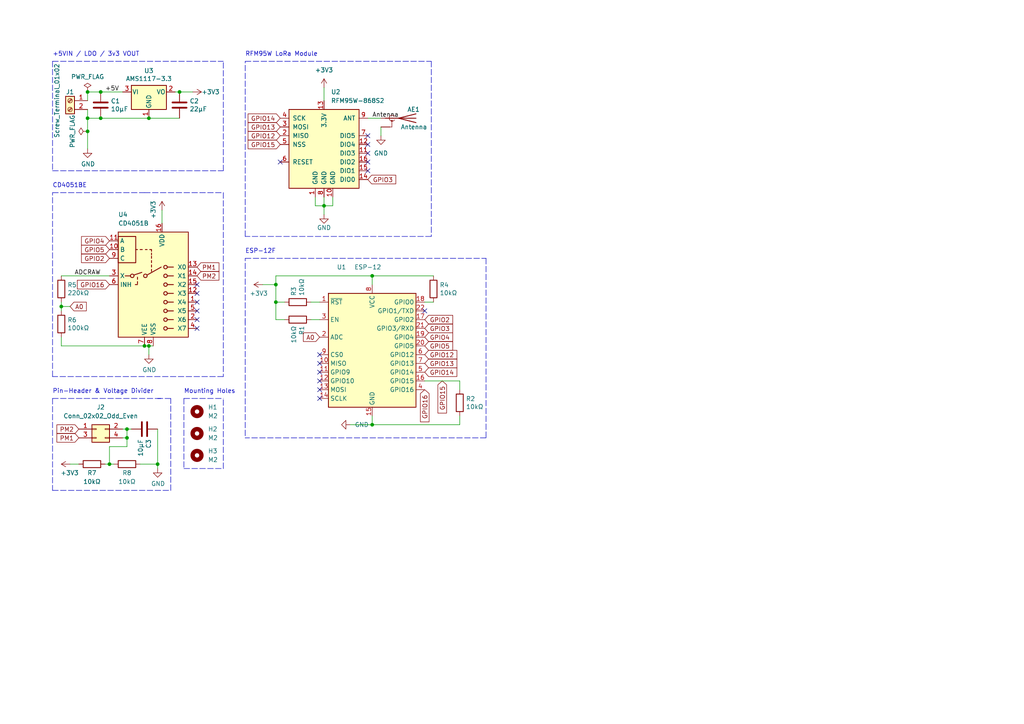
<source format=kicad_sch>
(kicad_sch (version 20211123) (generator eeschema)
  (paper "A4")
  (lib_symbols
    (symbol "Analog_Switch:CD4051B"
      (property "Reference" "U" (at -10.16 16.51 0))
      (property "Value" "CD4051B" (at 3.81 16.51 0))
      (symbol "CD4051B_0_1"
        (rectangle (start -10.16 6.35) (end -5.08 13.97) (stroke (width 0.254)))
        (rectangle (start -10.16 15.24) (end 10.16 -15.24) (stroke (width 0.254)) (fill (type background)))
        (circle (center -6.096 2.54) (radius 0.508) (stroke (width 0.254)))
        (circle (center -2.286 2.54) (radius 0.508) (stroke (width 0.254)))
        (polyline (pts (xy -8.128 2.54) (xy -6.604 2.54)) (stroke (width 0.254)))
        (polyline (pts (xy -5.588 2.794) (xy -3.302 3.556)) (stroke (width 0.254)))
        (polyline (pts (xy -4.572 0) (xy -5.207 0)) (stroke (width 0.254)))
        (polyline (pts (xy -4.572 0.254) (xy -4.572 0.889)) (stroke (width 0.254)))
        (polyline (pts (xy -4.572 1.524) (xy -4.572 2.159)) (stroke (width 0.254)))
        (polyline (pts (xy -4.572 10.16) (xy -5.08 10.16)) (stroke (width 0.254)))
        (polyline (pts (xy -3.81 10.16) (xy -3.175 10.16)) (stroke (width 0.254)))
        (polyline (pts (xy -1.778 2.794) (xy 2.286 5.08)) (stroke (width 0.254)))
        (polyline (pts (xy -1.778 10.16) (xy -2.286 10.16)) (stroke (width 0.254)))
        (polyline (pts (xy -0.508 3.81) (xy -0.508 4.445)) (stroke (width 0.254)))
        (polyline (pts (xy -0.508 5.08) (xy -0.508 5.715)) (stroke (width 0.254)))
        (polyline (pts (xy -0.508 6.35) (xy -0.508 6.985)) (stroke (width 0.254)))
        (polyline (pts (xy -0.508 7.62) (xy -0.508 8.255)) (stroke (width 0.254)))
        (polyline (pts (xy -0.508 8.636) (xy -0.508 9.144)) (stroke (width 0.254)))
        (polyline (pts (xy -0.508 9.652) (xy -0.508 10.16)) (stroke (width 0.254)))
        (polyline (pts (xy -0.508 10.16) (xy -1.016 10.16)) (stroke (width 0.254)))
        (polyline (pts (xy 4.064 -12.7) (xy 5.842 -12.7)) (stroke (width 0.254)))
        (polyline (pts (xy 4.064 -10.16) (xy 5.842 -10.16)) (stroke (width 0.254)))
        (polyline (pts (xy 4.064 -7.62) (xy 5.842 -7.62)) (stroke (width 0.254)))
        (polyline (pts (xy 4.064 -5.08) (xy 5.842 -5.08)) (stroke (width 0.254)))
        (polyline (pts (xy 4.064 -2.54) (xy 5.842 -2.54)) (stroke (width 0.254)))
        (polyline (pts (xy 4.064 0) (xy 5.842 0)) (stroke (width 0.254)))
        (polyline (pts (xy 4.064 2.54) (xy 5.842 2.54)) (stroke (width 0.254)))
        (polyline (pts (xy 4.064 5.08) (xy 5.842 5.08)) (stroke (width 0.254)))
        (circle (center 3.556 -12.7) (radius 0.508) (stroke (width 0.254)))
        (circle (center 3.556 -10.16) (radius 0.508) (stroke (width 0.254)))
        (circle (center 3.556 -7.62) (radius 0.508) (stroke (width 0.254)))
        (circle (center 3.556 -5.08) (radius 0.508) (stroke (width 0.254)))
        (circle (center 3.556 -2.54) (radius 0.508) (stroke (width 0.254)))
        (circle (center 3.556 0) (radius 0.508) (stroke (width 0.254)))
        (circle (center 3.556 2.54) (radius 0.508) (stroke (width 0.254)))
        (circle (center 3.556 5.08) (radius 0.508) (stroke (width 0.254)))
      )
      (symbol "CD4051B_1_1"
        (pin bidirectional line (at 12.7 -5.08 180) (length 2.54) (name "X4") (number "1"))
        (pin input line (at -12.7 10.16 0) (length 2.54) (name "B") (number "10"))
        (pin input line (at -12.7 12.7 0) (length 2.54) (name "A") (number "11"))
        (pin bidirectional line (at 12.7 -2.54 180) (length 2.54) (name "X3") (number "12"))
        (pin bidirectional line (at 12.7 5.08 180) (length 2.54) (name "X0") (number "13"))
        (pin bidirectional line (at 12.7 2.54 180) (length 2.54) (name "X1") (number "14"))
        (pin bidirectional line (at 12.7 0 180) (length 2.54) (name "X2") (number "15"))
        (pin power_in line (at 2.54 17.78 270) (length 2.54) (name "VDD") (number "16"))
        (pin bidirectional line (at 12.7 -10.16 180) (length 2.54) (name "X6") (number "2"))
        (pin bidirectional line (at -12.7 2.54 0) (length 2.54) (name "X") (number "3"))
        (pin bidirectional line (at 12.7 -12.7 180) (length 2.54) (name "X7") (number "4"))
        (pin bidirectional line (at 12.7 -7.62 180) (length 2.54) (name "X5") (number "5"))
        (pin input line (at -12.7 0 0) (length 2.54) (name "INH") (number "6"))
        (pin power_in line (at -2.54 -17.78 90) (length 2.54) (name "VEE") (number "7"))
        (pin power_in line (at 0 -17.78 90) (length 2.54) (name "VSS") (number "8"))
        (pin input line (at -12.7 7.62 0) (length 2.54) (name "C") (number "9"))
      )
    )
    (symbol "Connector:Screw_Terminal_01x02" (pin_names (offset 1.016) hide)
      (property "Reference" "J" (at 0 2.54 0))
      (property "Value" "Screw_Terminal_01x02" (at 0 -5.08 0))
      (symbol "Screw_Terminal_01x02_1_1"
        (rectangle (start -1.27 1.27) (end 1.27 -3.81) (stroke (width 0.254)) (fill (type background)))
        (circle (center 0 -2.54) (radius 0.635) (stroke (width 0.1524)))
        (polyline (pts (xy -0.5334 -2.2098) (xy 0.3302 -3.048)) (stroke (width 0.1524)))
        (polyline (pts (xy -0.5334 0.3302) (xy 0.3302 -0.508)) (stroke (width 0.1524)))
        (polyline (pts (xy -0.3556 -2.032) (xy 0.508 -2.8702)) (stroke (width 0.1524)))
        (polyline (pts (xy -0.3556 0.508) (xy 0.508 -0.3302)) (stroke (width 0.1524)))
        (circle (center 0 0) (radius 0.635) (stroke (width 0.1524)))
        (pin passive line (at -5.08 0 0) (length 3.81) (name "Pin_1") (number "1"))
        (pin passive line (at -5.08 -2.54 0) (length 3.81) (name "Pin_2") (number "2"))
      )
    )
    (symbol "Connector_Generic:Conn_02x02_Odd_Even" (pin_names (offset 1.016) hide)
      (property "Reference" "J" (at 1.27 2.54 0))
      (property "Value" "Conn_02x02_Odd_Even" (at 1.27 -5.08 0))
      (symbol "Conn_02x02_Odd_Even_1_1"
        (rectangle (start -1.27 -2.413) (end 0 -2.667) (stroke (width 0.1524)))
        (rectangle (start -1.27 0.127) (end 0 -0.127) (stroke (width 0.1524)))
        (rectangle (start -1.27 1.27) (end 3.81 -3.81) (stroke (width 0.254)) (fill (type background)))
        (rectangle (start 3.81 -2.413) (end 2.54 -2.667) (stroke (width 0.1524)))
        (rectangle (start 3.81 0.127) (end 2.54 -0.127) (stroke (width 0.1524)))
        (pin passive line (at -5.08 0 0) (length 3.81) (name "Pin_1") (number "1"))
        (pin passive line (at 7.62 0 180) (length 3.81) (name "Pin_2") (number "2"))
        (pin passive line (at -5.08 -2.54 0) (length 3.81) (name "Pin_3") (number "3"))
        (pin passive line (at 7.62 -2.54 180) (length 3.81) (name "Pin_4") (number "4"))
      )
    )
    (symbol "Device:Antenna_Shield" (pin_numbers hide) (pin_names (offset 1.016) hide)
      (property "Reference" "AE" (at -1.905 4.445 0))
      (property "Value" "Antenna_Shield" (at -1.905 2.54 0))
      (symbol "Antenna_Shield_0_1"
        (arc (start -0.508 -1.143) (mid -0.8485 -2.1032) (end 0 -2.667))
        (arc (start 0 -2.667) (mid 0.8047 -2.0885) (end 0.508 -1.143))
        (polyline (pts (xy 0 -2.54) (xy 0 0)))
        (polyline (pts (xy 0 5.08) (xy 0 -3.81)) (stroke (width 0.254)))
        (polyline (pts (xy 0.762 -1.905) (xy 2.54 -1.905)))
        (polyline (pts (xy 2.54 -2.54) (xy 2.54 -1.905)))
        (polyline (pts (xy 1.27 5.08) (xy 0 0) (xy -1.27 5.08)) (stroke (width 0.254)))
        (circle (center 0.762 -1.905) (radius 0.1778) (fill (type outline)))
      )
      (symbol "Antenna_Shield_1_1"
        (pin input line (at 0 -5.08 90) (length 2.54) (name "A") (number "1"))
        (pin input line (at 2.54 -5.08 90) (length 2.54) (name "Shield") (number "2"))
      )
    )
    (symbol "Device:C" (pin_numbers hide) (pin_names (offset 0.254))
      (property "Reference" "C" (at 0.635 2.54 0))
      (property "Value" "C" (at 0.635 -2.54 0))
      (symbol "C_0_1"
        (polyline (pts (xy -2.032 -0.762) (xy 2.032 -0.762)) (stroke (width 0.508)))
        (polyline (pts (xy -2.032 0.762) (xy 2.032 0.762)) (stroke (width 0.508)))
      )
      (symbol "C_1_1"
        (pin passive line (at 0 3.81 270) (length 2.794) (name "~") (number "1"))
        (pin passive line (at 0 -3.81 90) (length 2.794) (name "~") (number "2"))
      )
    )
    (symbol "Device:R" (pin_numbers hide) (pin_names (offset 0))
      (property "Reference" "R" (at 2.032 0 90))
      (property "Value" "R" (at 0 0 90))
      (symbol "R_0_1"
        (rectangle (start -1.016 -2.54) (end 1.016 2.54) (stroke (width 0.254)))
      )
      (symbol "R_1_1"
        (pin passive line (at 0 3.81 270) (length 1.27) (name "~") (number "1"))
        (pin passive line (at 0 -3.81 90) (length 1.27) (name "~") (number "2"))
      )
    )
    (symbol "Mechanical:MountingHole" (pin_names (offset 1.016))
      (property "Reference" "H" (at 0 5.08 0))
      (property "Value" "MountingHole" (at 0 3.175 0))
      (symbol "MountingHole_0_1"
        (circle (center 0 0) (radius 1.27) (stroke (width 1.27)))
      )
    )
    (symbol "RF_Module:ESP-12E"
      (property "Reference" "U" (at -12.7 19.05 0))
      (property "Value" "ESP-12E" (at 12.7 19.05 0))
      (symbol "ESP-12E_0_1"
        (rectangle (start -12.7 17.78) (end 12.7 -15.24) (stroke (width 0.254)) (fill (type background)))
      )
      (symbol "ESP-12E_1_1"
        (pin input line (at -15.24 15.24 0) (length 2.54) (name "~{RST}") (number "1"))
        (pin bidirectional line (at -15.24 -2.54 0) (length 2.54) (name "MISO") (number "10"))
        (pin bidirectional line (at -15.24 -5.08 0) (length 2.54) (name "GPIO9") (number "11"))
        (pin bidirectional line (at -15.24 -7.62 0) (length 2.54) (name "GPIO10") (number "12"))
        (pin bidirectional line (at -15.24 -10.16 0) (length 2.54) (name "MOSI") (number "13"))
        (pin bidirectional line (at -15.24 -12.7 0) (length 2.54) (name "SCLK") (number "14"))
        (pin power_in line (at 0 -17.78 90) (length 2.54) (name "GND") (number "15"))
        (pin bidirectional line (at 15.24 -7.62 180) (length 2.54) (name "GPIO15") (number "16"))
        (pin bidirectional line (at 15.24 10.16 180) (length 2.54) (name "GPIO2") (number "17"))
        (pin bidirectional line (at 15.24 15.24 180) (length 2.54) (name "GPIO0") (number "18"))
        (pin bidirectional line (at 15.24 5.08 180) (length 2.54) (name "GPIO4") (number "19"))
        (pin input line (at -15.24 5.08 0) (length 2.54) (name "ADC") (number "2"))
        (pin bidirectional line (at 15.24 2.54 180) (length 2.54) (name "GPIO5") (number "20"))
        (pin bidirectional line (at 15.24 7.62 180) (length 2.54) (name "GPIO3/RXD") (number "21"))
        (pin bidirectional line (at 15.24 12.7 180) (length 2.54) (name "GPIO1/TXD") (number "22"))
        (pin input line (at -15.24 10.16 0) (length 2.54) (name "EN") (number "3"))
        (pin bidirectional line (at 15.24 -10.16 180) (length 2.54) (name "GPIO16") (number "4"))
        (pin bidirectional line (at 15.24 -5.08 180) (length 2.54) (name "GPIO14") (number "5"))
        (pin bidirectional line (at 15.24 0 180) (length 2.54) (name "GPIO12") (number "6"))
        (pin bidirectional line (at 15.24 -2.54 180) (length 2.54) (name "GPIO13") (number "7"))
        (pin power_in line (at 0 20.32 270) (length 2.54) (name "VCC") (number "8"))
        (pin input line (at -15.24 0 0) (length 2.54) (name "CS0") (number "9"))
      )
    )
    (symbol "RF_Module:RFM95W-868S2" (pin_names (offset 1.016))
      (property "Reference" "U" (at -10.414 11.684 0))
      (property "Value" "RFM95W-868S2" (at 1.524 11.43 0))
      (symbol "RFM95W-868S2_0_1"
        (rectangle (start -10.16 10.16) (end 10.16 -12.7) (stroke (width 0.254)) (fill (type background)))
      )
      (symbol "RFM95W-868S2_1_1"
        (pin power_in line (at -2.54 -15.24 90) (length 2.54) (name "GND") (number "1"))
        (pin power_in line (at 2.54 -15.24 90) (length 2.54) (name "GND") (number "10"))
        (pin bidirectional line (at 12.7 -2.54 180) (length 2.54) (name "DIO3") (number "11"))
        (pin bidirectional line (at 12.7 0 180) (length 2.54) (name "DIO4") (number "12"))
        (pin power_in line (at 0 12.7 270) (length 2.54) (name "3.3V") (number "13"))
        (pin bidirectional line (at 12.7 -10.16 180) (length 2.54) (name "DIO0") (number "14"))
        (pin bidirectional line (at 12.7 -7.62 180) (length 2.54) (name "DIO1") (number "15"))
        (pin bidirectional line (at 12.7 -5.08 180) (length 2.54) (name "DIO2") (number "16"))
        (pin output line (at -12.7 2.54 0) (length 2.54) (name "MISO") (number "2"))
        (pin input line (at -12.7 5.08 0) (length 2.54) (name "MOSI") (number "3"))
        (pin input line (at -12.7 7.62 0) (length 2.54) (name "SCK") (number "4"))
        (pin input line (at -12.7 0 0) (length 2.54) (name "NSS") (number "5"))
        (pin bidirectional line (at -12.7 -5.08 0) (length 2.54) (name "RESET") (number "6"))
        (pin bidirectional line (at 12.7 2.54 180) (length 2.54) (name "DIO5") (number "7"))
        (pin power_in line (at 0 -15.24 90) (length 2.54) (name "GND") (number "8"))
        (pin bidirectional line (at 12.7 7.62 180) (length 2.54) (name "ANT") (number "9"))
      )
    )
    (symbol "Regulator_Linear:AMS1117-3.3" (pin_names (offset 0.254))
      (property "Reference" "U" (at -3.81 3.175 0))
      (property "Value" "AMS1117-3.3" (at 0 3.175 0))
      (symbol "AMS1117-3.3_0_1"
        (rectangle (start -5.08 -5.08) (end 5.08 1.905) (stroke (width 0.254)) (fill (type background)))
      )
      (symbol "AMS1117-3.3_1_1"
        (pin power_in line (at 0 -7.62 90) (length 2.54) (name "GND") (number "1"))
        (pin power_out line (at 7.62 0 180) (length 2.54) (name "VO") (number "2"))
        (pin power_in line (at -7.62 0 0) (length 2.54) (name "VI") (number "3"))
      )
    )
    (symbol "power:+3.3V" (power) (pin_names (offset 0))
      (property "Value" "+3.3V" (at 0 3.556 0))
      (symbol "+3.3V_0_1"
        (polyline (pts (xy -0.762 1.27) (xy 0 2.54)))
        (polyline (pts (xy 0 0) (xy 0 2.54)))
        (polyline (pts (xy 0 2.54) (xy 0.762 1.27)))
      )
      (symbol "+3.3V_1_1"
        (pin power_in line (at 0 0 90) (length 0) hide (name "+3V3") (number "1"))
      )
    )
    (symbol "power:GND" (power) (pin_names (offset 0))
      (property "Value" "GND" (at 0 -3.81 0))
      (symbol "GND_0_1"
        (polyline (pts (xy 0 0) (xy 0 -1.27) (xy 1.27 -1.27) (xy 0 -2.54) (xy -1.27 -1.27) (xy 0 -1.27)))
      )
      (symbol "GND_1_1"
        (pin power_in line (at 0 0 270) (length 0) hide (name "GND") (number "1"))
      )
    )
    (symbol "power:PWR_FLAG" (power) (pin_numbers hide) (pin_names (offset 0) hide)
      (property "Value" "PWR_FLAG" (at 0 3.81 0))
      (symbol "PWR_FLAG_0_0"
        (pin power_out line (at 0 0 90) (length 0) (name "pwr") (number "1"))
      )
      (symbol "PWR_FLAG_0_1"
        (polyline (pts (xy 0 0) (xy 0 1.27) (xy -1.016 1.905) (xy 0 2.54) (xy 1.016 1.905) (xy 0 1.27)))
      )
    )
  )
  (junction (at 93.98 59.69))
  (junction (at 45.72 134.62))
  (junction (at 41.91 100.33))
  (junction (at 36.83 127))
  (junction (at 80.01 87.63))
  (junction (at 17.78 88.9))
  (junction (at 31.75 134.62))
  (junction (at 29.21 34.29))
  (junction (at 36.83 124.46))
  (junction (at 107.95 123.19))
  (junction (at 25.4 38.1))
  (junction (at 52.07 26.67))
  (junction (at 80.01 82.55))
  (junction (at 107.95 80.01))
  (junction (at 25.4 34.29))
  (junction (at 25.4 26.67))
  (junction (at 43.18 34.29))
  (junction (at 29.21 26.67))
  (junction (at 43.18 100.33))
  (no_connect (at 57.15 92.71))
  (no_connect (at 92.71 105.41))
  (no_connect (at 57.15 90.17))
  (no_connect (at 57.15 87.63))
  (no_connect (at 57.15 85.09))
  (no_connect (at 81.28 46.99))
  (no_connect (at 92.71 102.87))
  (no_connect (at 92.71 115.57))
  (no_connect (at 57.15 82.55))
  (no_connect (at 57.15 95.25))
  (no_connect (at 106.68 39.37))
  (no_connect (at 106.68 46.99))
  (no_connect (at 106.68 49.53))
  (no_connect (at 106.68 41.91))
  (no_connect (at 106.68 44.45))
  (no_connect (at 123.19 90.17))
  (no_connect (at 92.71 110.49))
  (no_connect (at 92.71 107.95))
  (no_connect (at 92.71 113.03))
  (wire (pts (xy 110.49 36.83) (xy 110.49 39.37)))
  (wire (pts (xy 25.4 26.67) (xy 25.4 29.21)))
  (wire (pts (xy 17.78 88.9) (xy 17.78 90.17)))
  (wire (pts (xy 80.01 87.63) (xy 82.55 87.63)))
  (wire (pts (xy 25.4 34.29) (xy 25.4 38.1)))
  (polyline (pts (xy 49.53 115.57) (xy 45.72 115.57)))
  (polyline (pts (xy 71.12 74.93) (xy 140.97 74.93)))
  (wire (pts (xy 36.83 124.46) (xy 36.83 127)))
  (wire (pts (xy 80.01 87.63) (xy 80.01 92.71)))
  (wire (pts (xy 93.98 59.69) (xy 93.98 62.23)))
  (wire (pts (xy 76.2 82.55) (xy 80.01 82.55)))
  (wire (pts (xy 40.64 134.62) (xy 45.72 134.62)))
  (polyline (pts (xy 15.24 17.78) (xy 64.77 17.78)))
  (polyline (pts (xy 71.12 92.71) (xy 71.12 127)))
  (wire (pts (xy 52.07 26.67) (xy 55.88 26.67)))
  (wire (pts (xy 93.98 59.69) (xy 96.52 59.69)))
  (wire (pts (xy 101.6 123.19) (xy 107.95 123.19)))
  (wire (pts (xy 36.83 127) (xy 35.56 127)))
  (polyline (pts (xy 140.97 127) (xy 71.12 127)))
  (polyline (pts (xy 53.34 115.57) (xy 64.77 115.57)))
  (wire (pts (xy 41.91 100.33) (xy 43.18 100.33)))
  (wire (pts (xy 107.95 123.19) (xy 133.35 123.19)))
  (polyline (pts (xy 93.98 17.78) (xy 125.095 17.78)))
  (wire (pts (xy 36.83 124.46) (xy 35.56 124.46)))
  (polyline (pts (xy 53.34 135.89) (xy 64.77 135.89)))
  (polyline (pts (xy 64.77 49.53) (xy 64.77 17.78)))
  (wire (pts (xy 43.18 100.33) (xy 43.18 102.87)))
  (wire (pts (xy 50.8 26.67) (xy 52.07 26.67)))
  (wire (pts (xy 91.44 57.15) (xy 91.44 59.69)))
  (wire (pts (xy 80.01 80.01) (xy 80.01 82.55)))
  (wire (pts (xy 123.19 110.49) (xy 133.35 110.49)))
  (wire (pts (xy 93.98 57.15) (xy 93.98 59.69)))
  (polyline (pts (xy 15.24 109.22) (xy 15.24 55.88)))
  (polyline (pts (xy 64.77 55.88) (xy 64.77 109.22)))
  (wire (pts (xy 90.17 87.63) (xy 92.71 87.63)))
  (wire (pts (xy 43.18 100.33) (xy 44.45 100.33)))
  (polyline (pts (xy 15.24 115.57) (xy 46.99 115.57)))
  (wire (pts (xy 90.17 92.71) (xy 92.71 92.71)))
  (polyline (pts (xy 15.24 115.57) (xy 15.24 142.24)))
  (wire (pts (xy 29.21 26.67) (xy 35.56 26.67)))
  (wire (pts (xy 43.18 34.29) (xy 52.07 34.29)))
  (wire (pts (xy 107.95 120.65) (xy 107.95 123.19)))
  (wire (pts (xy 17.78 80.01) (xy 31.75 80.01)))
  (wire (pts (xy 17.78 87.63) (xy 17.78 88.9)))
  (polyline (pts (xy 140.97 74.93) (xy 140.97 127)))
  (polyline (pts (xy 71.12 17.78) (xy 93.98 17.78)))
  (wire (pts (xy 36.83 129.54) (xy 36.83 127)))
  (wire (pts (xy 31.75 129.54) (xy 31.75 134.62)))
  (wire (pts (xy 17.78 97.79) (xy 17.78 100.33)))
  (polyline (pts (xy 125.095 17.78) (xy 125.095 68.58)))
  (wire (pts (xy 45.72 134.62) (xy 45.72 135.89)))
  (wire (pts (xy 25.4 34.29) (xy 29.21 34.29)))
  (polyline (pts (xy 41.91 55.88) (xy 64.77 55.88)))
  (wire (pts (xy 82.55 92.71) (xy 80.01 92.71)))
  (polyline (pts (xy 15.24 49.53) (xy 64.77 49.53)))
  (wire (pts (xy 30.48 134.62) (xy 31.75 134.62)))
  (wire (pts (xy 25.4 26.67) (xy 29.21 26.67)))
  (wire (pts (xy 93.98 25.4) (xy 93.98 29.21)))
  (wire (pts (xy 45.72 124.46) (xy 45.72 134.62)))
  (wire (pts (xy 133.35 120.65) (xy 133.35 123.19)))
  (wire (pts (xy 17.78 100.33) (xy 41.91 100.33)))
  (wire (pts (xy 123.19 87.63) (xy 125.73 87.63)))
  (wire (pts (xy 20.32 134.62) (xy 22.86 134.62)))
  (wire (pts (xy 80.01 82.55) (xy 80.01 87.63)))
  (polyline (pts (xy 49.53 142.24) (xy 49.53 115.57)))
  (polyline (pts (xy 71.12 68.58) (xy 71.12 17.78)))
  (polyline (pts (xy 71.12 93.98) (xy 71.12 74.93)))
  (wire (pts (xy 107.95 80.01) (xy 125.73 80.01)))
  (wire (pts (xy 25.4 38.1) (xy 25.4 43.18)))
  (polyline (pts (xy 15.24 142.24) (xy 49.53 142.24)))
  (wire (pts (xy 96.52 57.15) (xy 96.52 59.69)))
  (wire (pts (xy 133.35 110.49) (xy 133.35 113.03)))
  (polyline (pts (xy 53.34 115.57) (xy 53.34 135.89)))
  (wire (pts (xy 31.75 129.54) (xy 36.83 129.54)))
  (wire (pts (xy 25.4 31.75) (xy 25.4 34.29)))
  (polyline (pts (xy 15.24 17.78) (xy 15.24 49.53)))
  (wire (pts (xy 91.44 59.69) (xy 93.98 59.69)))
  (polyline (pts (xy 15.24 55.88) (xy 41.91 55.88)))
  (polyline (pts (xy 125.095 68.58) (xy 71.12 68.58)))
  (wire (pts (xy 29.21 34.29) (xy 43.18 34.29)))
  (wire (pts (xy 107.95 80.01) (xy 107.95 82.55)))
  (wire (pts (xy 31.75 134.62) (xy 33.02 134.62)))
  (wire (pts (xy 38.1 124.46) (xy 36.83 124.46)))
  (polyline (pts (xy 64.77 109.22) (xy 15.24 109.22)))
  (polyline (pts (xy 64.77 135.89) (xy 64.77 115.57)))
  (wire (pts (xy 80.01 80.01) (xy 107.95 80.01)))
  (wire (pts (xy 17.78 88.9) (xy 20.32 88.9)))
  (wire (pts (xy 46.99 60.96) (xy 46.99 64.77)))
  (wire (pts (xy 110.49 34.29) (xy 106.68 34.29)))
  (text "CD4051BE" (at 15.24 54.61 0) (effects (font (size 1.27 1.27)) (justify left bottom)))
  (text "Pin-Header & Voltage Divider" (at 15.24 114.3 0) (effects (font (size 1.27 1.27)) (justify left bottom)))
  (text "RFM95W LoRa Module" (at 71.12 16.51 0) (effects (font (size 1.27 1.27)) (justify left bottom)))
  (text "Mounting Holes" (at 53.34 114.3 0) (effects (font (size 1.27 1.27)) (justify left bottom)))
  (text "+5VIN / LDO / 3v3 VOUT\n" (at 15.24 16.51 0) (effects (font (size 1.27 1.27)) (justify left bottom)))
  (text "ESP-12F" (at 71.12 73.66 0) (effects (font (size 1.27 1.27)) (justify left bottom)))
  (label "Antenna" (at 107.95 34.29 0))
  (label "+5V" (at 30.48 26.67 0))
  (label "ADCRAW" (at 21.59 80.01 0))
  (global_label "A0" (shape input) (at 92.71 97.79 180) (property "Intersheet References" "${INTERSHEET_REFS}" (effects hide)))
  (global_label "GPIO12" (shape input) (at 81.28 39.37 180) (property "Intersheet References" "${INTERSHEET_REFS}" (effects hide)))
  (global_label "GPIO4" (shape input) (at 123.19 97.79 0) (property "Intersheet References" "${INTERSHEET_REFS}" (effects hide)))
  (global_label "GPIO4" (shape input) (at 31.75 69.85 180) (property "Intersheet References" "${INTERSHEET_REFS}" (effects hide)))
  (global_label "GPIO2" (shape input) (at 31.75 74.93 180) (property "Intersheet References" "${INTERSHEET_REFS}" (effects hide)))
  (global_label "GPIO3" (shape input) (at 123.19 95.25 0) (property "Intersheet References" "${INTERSHEET_REFS}" (effects hide)))
  (global_label "GPIO5" (shape input) (at 31.75 72.39 180) (property "Intersheet References" "${INTERSHEET_REFS}" (effects hide)))
  (global_label "PM1" (shape input) (at 22.86 127 180) (property "Intersheet References" "${INTERSHEET_REFS}" (effects hide)))
  (global_label "GPIO16" (shape input) (at 31.75 82.55 180) (property "Intersheet References" "${INTERSHEET_REFS}" (effects hide)))
  (global_label "GPIO15" (shape input) (at 128.27 110.49 270) (property "Intersheet References" "${INTERSHEET_REFS}" (effects hide)))
  (global_label "GPIO16" (shape input) (at 123.19 113.03 270) (property "Intersheet References" "${INTERSHEET_REFS}" (effects hide)))
  (global_label "A0" (shape input) (at 20.32 88.9 0) (property "Intersheet References" "${INTERSHEET_REFS}" (effects hide)))
  (global_label "GPIO14" (shape input) (at 123.19 107.95 0) (property "Intersheet References" "${INTERSHEET_REFS}" (effects hide)))
  (global_label "GPIO3" (shape input) (at 106.68 52.07 0) (property "Intersheet References" "${INTERSHEET_REFS}" (effects hide)))
  (global_label "GPIO5" (shape input) (at 123.19 100.33 0) (property "Intersheet References" "${INTERSHEET_REFS}" (effects hide)))
  (global_label "GPIO15" (shape input) (at 81.28 41.91 180) (property "Intersheet References" "${INTERSHEET_REFS}" (effects hide)))
  (global_label "GPIO2" (shape input) (at 123.19 92.71 0) (property "Intersheet References" "${INTERSHEET_REFS}" (effects hide)))
  (global_label "GPIO13" (shape input) (at 81.28 36.83 180) (property "Intersheet References" "${INTERSHEET_REFS}" (effects hide)))
  (global_label "GPIO12" (shape input) (at 123.19 102.87 0) (property "Intersheet References" "${INTERSHEET_REFS}" (effects hide)))
  (global_label "GPIO14" (shape input) (at 81.28 34.29 180) (property "Intersheet References" "${INTERSHEET_REFS}" (effects hide)))
  (global_label "PM1" (shape input) (at 57.15 77.47 0) (property "Intersheet References" "${INTERSHEET_REFS}" (effects hide)))
  (global_label "GPIO13" (shape input) (at 123.19 105.41 0) (property "Intersheet References" "${INTERSHEET_REFS}" (effects hide)))
  (global_label "PM2" (shape input) (at 22.86 124.46 180) (property "Intersheet References" "${INTERSHEET_REFS}" (effects hide)))
  (global_label "PM2" (shape input) (at 57.15 80.01 0) (property "Intersheet References" "${INTERSHEET_REFS}" (effects hide)))
  (symbol (lib_id "RF_Module:ESP-12E") (at 107.95 102.87 0) (unit 1)
    (property "Reference" "U1" (at 99.06 77.47 0))
    (property "Value" "ESP-12" (at 106.68 77.47 0))
    (property "Footprint" "Andys-Footprints:ESP-12-Socket" (effects hide))
    (property "Datasheet" "http://wiki.ai-thinker.com/_media/esp8266/esp8266_series_modules_user_manual_v1.1.pdf" (effects hide))
  )
  (symbol (lib_id "Device:R") (at 86.36 92.71 270) (unit 1)
    (property "Reference" "R1" (at 87.5284 94.488 0) (effects (justify left)))
    (property "Value" "10kΩ" (at 85.217 94.488 0) (effects (justify left)))
    (property "Footprint" "Resistor_SMD:R_0805_2012Metric" (effects hide))
  )
  (symbol (lib_id "Device:R") (at 133.35 116.84 0) (unit 1)
    (property "Reference" "R2" (at 135.128 115.6716 0) (effects (justify left)))
    (property "Value" "10kΩ" (at 135.128 117.983 0) (effects (justify left)))
    (property "Footprint" "Resistor_SMD:R_0805_2012Metric" (effects hide))
  )
  (symbol (lib_id "Mechanical:MountingHole") (at 57.15 132.08 0) (unit 1)
    (property "Reference" "H3" (at 60.325 130.8099 0) (effects (justify left)))
    (property "Value" "M2" (at 60.325 133.3499 0) (effects (justify left)))
    (property "Footprint" "MountingHole:MountingHole_2.2mm_M2_Pad_Via" (effects hide))
  )
  (symbol (lib_id "Device:R") (at 36.83 134.62 90) (unit 1)
    (property "Reference" "R8" (at 36.83 137.16 90))
    (property "Value" "10kΩ" (at 36.83 139.7 90))
    (property "Footprint" "Resistor_SMD:R_0805_2012Metric" (effects hide))
  )
  (symbol (lib_id "Device:R") (at 86.36 87.63 90) (unit 1)
    (property "Reference" "R3" (at 85.1916 85.852 0) (effects (justify left)))
    (property "Value" "10kΩ" (at 87.503 85.852 0) (effects (justify left)))
    (property "Footprint" "Resistor_SMD:R_0805_2012Metric" (effects hide))
  )
  (symbol (lib_id "power:GND") (at 93.98 62.23 0) (unit 1)
    (property "Reference" "#PWR0103" (effects hide))
    (property "Value" "GND" (at 93.98 66.04 0))
  )
  (symbol (lib_id "Connector:Screw_Terminal_01x02") (at 20.32 29.21 0) (mirror y) (unit 1)
    (property "Reference" "J1" (at 20.32 26.67 0))
    (property "Value" "Screw_Terminal_01x02" (at 16.51 29.21 90))
    (property "Footprint" "Andys-Footprints:TerminalBlock_Phoenix_MPT-0,5-2-2.54_1x02_P2.54mm_Horizontal-removed-extra-holes" (effects hide))
  )
  (symbol (lib_id "power:+3.3V") (at 76.2 82.55 90) (unit 1)
    (property "Reference" "#PWR0109" (effects hide))
    (property "Value" "+3.3V" (at 72.39 85.09 90) (effects (justify right)))
  )
  (symbol (lib_id "RF_Module:RFM95W-868S2") (at 93.98 41.91 0) (unit 1)
    (property "Reference" "U2" (at 95.9994 26.67 0) (effects (justify left)))
    (property "Value" "RFM95W-868S2" (at 95.9994 29.21 0) (effects (justify left)))
    (property "Footprint" "Andys-Footprints:HOPERF_RFM9XW_THT_Fixed_Size" (effects hide))
    (property "Datasheet" "https://www.hoperf.com/data/upload/portal/20181127/5bfcbea20e9ef.pdf" (effects hide))
  )
  (symbol (lib_id "power:PWR_FLAG") (at 25.4 26.67 0) (unit 1)
    (property "Reference" "#FLG0102" (effects hide))
    (property "Value" "PWR_FLAG" (at 25.4 22.2758 0))
  )
  (symbol (lib_id "power:GND") (at 45.72 135.89 0) (unit 1)
    (property "Reference" "#PWR0101" (effects hide))
    (property "Value" "GND" (at 45.847 140.2842 0))
  )
  (symbol (lib_id "Mechanical:MountingHole") (at 57.15 125.73 0) (unit 1)
    (property "Reference" "H2" (at 60.325 124.4599 0) (effects (justify left)))
    (property "Value" "M2" (at 60.325 126.9999 0) (effects (justify left)))
    (property "Footprint" "MountingHole:MountingHole_2.2mm_M2_Pad_Via" (effects hide))
  )
  (symbol (lib_id "Analog_Switch:CD4051B") (at 44.45 82.55 0) (unit 1)
    (property "Reference" "U4" (at 34.29 62.23 0) (effects (justify left)))
    (property "Value" "CD4051B" (at 34.29 64.77 0) (effects (justify left)))
    (property "Footprint" "Package_DIP:DIP-16_W7.62mm" (effects hide))
    (property "Datasheet" "http://www.ti.com/lit/ds/symlink/cd4052b.pdf" (effects hide))
  )
  (symbol (lib_id "Connector_Generic:Conn_02x02_Odd_Even") (at 27.94 124.46 0) (unit 1)
    (property "Reference" "J2" (at 29.21 118.11 0))
    (property "Value" "Conn_02x02_Odd_Even" (at 29.21 120.65 0))
    (property "Footprint" "Connector_PinHeader_2.54mm:PinHeader_2x02_P2.54mm_Horizontal" (effects hide))
  )
  (symbol (lib_id "Device:C") (at 52.07 30.48 0) (unit 1)
    (property "Reference" "C2" (at 54.991 29.3116 0) (effects (justify left)))
    (property "Value" "22µF" (at 54.991 31.623 0) (effects (justify left)))
    (property "Footprint" "Capacitor_SMD:C_0805_2012Metric" (effects hide))
  )
  (symbol (lib_id "Device:C") (at 41.91 124.46 270) (unit 1)
    (property "Reference" "C3" (at 43.0784 127.381 0) (effects (justify left)))
    (property "Value" "10µF" (at 40.767 127.381 0) (effects (justify left)))
    (property "Footprint" "Capacitor_SMD:C_0805_2012Metric" (effects hide))
  )
  (symbol (lib_id "power:GND") (at 25.4 43.18 0) (unit 1)
    (property "Reference" "#PWR0105" (effects hide))
    (property "Value" "GND" (at 25.527 47.5742 0))
  )
  (symbol (lib_id "power:GND") (at 43.18 102.87 0) (unit 1)
    (property "Reference" "#PWR0108" (effects hide))
    (property "Value" "GND" (at 43.307 107.2642 0))
  )
  (symbol (lib_id "power:GND") (at 110.49 39.37 0) (unit 1)
    (property "Reference" "#PWR03" (effects hide))
    (property "Value" "GND" (at 110.49 44.45 0))
  )
  (symbol (lib_id "Device:C") (at 29.21 30.48 0) (unit 1)
    (property "Reference" "C1" (at 32.131 29.3116 0) (effects (justify left)))
    (property "Value" "10µF" (at 32.131 31.623 0) (effects (justify left)))
    (property "Footprint" "Capacitor_SMD:C_0805_2012Metric" (effects hide))
  )
  (symbol (lib_id "power:+3.3V") (at 93.98 25.4 0) (unit 1)
    (property "Reference" "#PWR0106" (effects hide))
    (property "Value" "+3.3V" (at 93.98 20.32 0))
  )
  (symbol (lib_id "power:+3.3V") (at 46.99 60.96 0) (mirror y) (unit 1)
    (property "Reference" "#PWR0107" (effects hide))
    (property "Value" "+3.3V" (at 44.45 63.5 90) (effects (justify left)))
  )
  (symbol (lib_id "Mechanical:MountingHole") (at 57.15 119.38 0) (unit 1)
    (property "Reference" "H1" (at 60.325 118.1099 0) (effects (justify left)))
    (property "Value" "M2" (at 60.325 120.6499 0) (effects (justify left)))
    (property "Footprint" "MountingHole:MountingHole_2.2mm_M2_Pad_Via" (effects hide))
  )
  (symbol (lib_id "Device:R") (at 125.73 83.82 0) (unit 1)
    (property "Reference" "R4" (at 127.508 82.6516 0) (effects (justify left)))
    (property "Value" "10kΩ" (at 127.508 84.963 0) (effects (justify left)))
    (property "Footprint" "Resistor_SMD:R_0805_2012Metric" (effects hide))
  )
  (symbol (lib_id "power:PWR_FLAG") (at 25.4 38.1 90) (unit 1)
    (property "Reference" "#FLG0101" (effects hide))
    (property "Value" "PWR_FLAG" (at 21.0058 38.1 0))
  )
  (symbol (lib_id "Device:Antenna_Shield") (at 115.57 34.29 270) (unit 1)
    (property "Reference" "AE1" (at 118.11 31.75 90) (effects (justify left)))
    (property "Value" "Antenna" (at 116.205 36.83 90) (effects (justify left)))
    (property "Footprint" "Connector_Coaxial:SMA_Molex_73251-2200_Horizontal" (effects hide))
  )
  (symbol (lib_id "power:+3.3V") (at 20.32 134.62 90) (mirror x) (unit 1)
    (property "Reference" "#PWR0102" (effects hide))
    (property "Value" "+3.3V" (at 22.86 137.16 90) (effects (justify left)))
  )
  (symbol (lib_id "power:+3.3V") (at 55.88 26.67 270) (unit 1)
    (property "Reference" "#PWR0104" (effects hide))
    (property "Value" "+3.3V" (at 58.42 26.67 90) (effects (justify left)))
  )
  (symbol (lib_id "Regulator_Linear:AMS1117-3.3") (at 43.18 26.67 0) (unit 1)
    (property "Reference" "U3" (at 43.18 20.5232 0))
    (property "Value" "AMS1117-3.3" (at 43.18 22.8346 0))
    (property "Footprint" "Package_TO_SOT_SMD:SOT-223-3_TabPin2" (effects hide))
    (property "Datasheet" "http://www.advanced-monolithic.com/pdf/ds1117.pdf" (effects hide))
  )
  (symbol (lib_id "Device:R") (at 17.78 83.82 0) (unit 1)
    (property "Reference" "R5" (at 19.558 82.6516 0) (effects (justify left)))
    (property "Value" "220kΩ" (at 19.558 84.963 0) (effects (justify left)))
    (property "Footprint" "Resistor_SMD:R_0805_2012Metric" (effects hide))
  )
  (symbol (lib_id "Device:R") (at 26.67 134.62 90) (unit 1)
    (property "Reference" "R7" (at 26.67 137.16 90))
    (property "Value" "10kΩ" (at 26.67 139.7 90))
    (property "Footprint" "Resistor_SMD:R_0805_2012Metric" (effects hide))
  )
  (symbol (lib_id "power:GND") (at 101.6 123.19 270) (unit 1)
    (property "Reference" "#PWR0110" (effects hide))
    (property "Value" "GND" (at 102.87 123.1899 90) (effects (justify left)))
  )
  (symbol (lib_id "Device:R") (at 17.78 93.98 0) (unit 1)
    (property "Reference" "R6" (at 19.558 92.8116 0) (effects (justify left)))
    (property "Value" "100kΩ" (at 19.558 95.123 0) (effects (justify left)))
    (property "Footprint" "Resistor_SMD:R_0805_2012Metric" (effects hide))
  )
)
</source>
